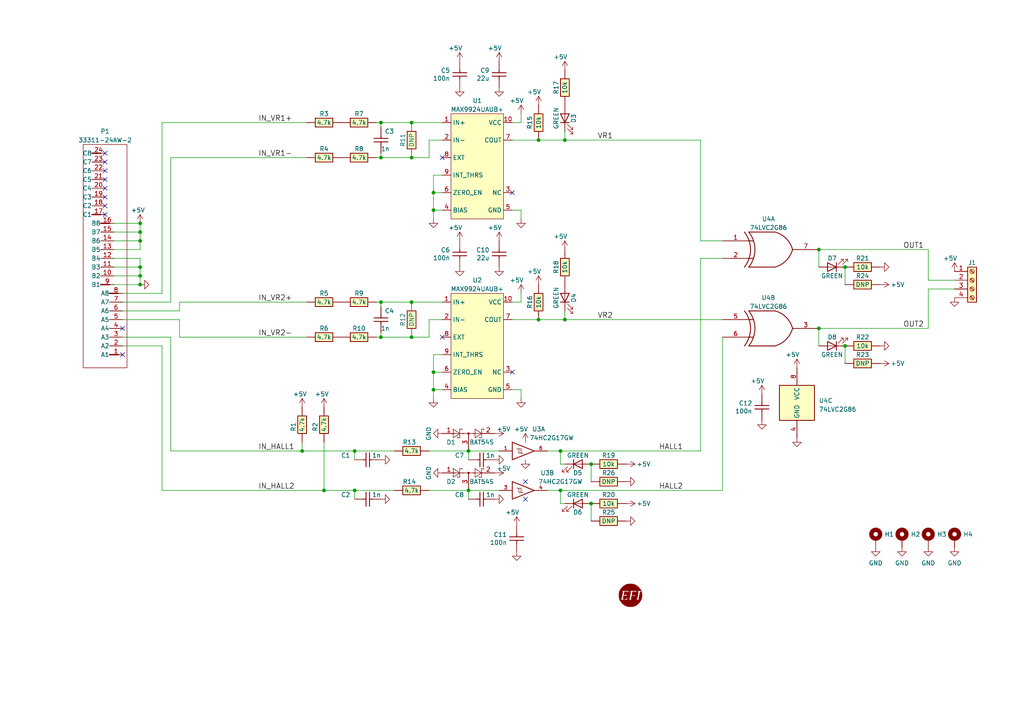
<source format=kicad_sch>
(kicad_sch (version 20230121) (generator eeschema)
  (paper "A4")
  (title_block (title "VR-Hall") (date "2023-05-25") (rev "rev. a") (company "gerefi.com"))
  (lib_symbols
    (symbol "33311-24AW-2:33311-24AW-2" (pin_names (offset 0.025))
      (property "Reference" "P2" (at 3.81 22.86 90))
      (property "Value" "33311-24AW-2" (at 3.81 20.32 90))
      (symbol "33311-24AW-2_1_0"
        (rectangle (start -29.21 2.54) (end 35.56 -10.16))
      )
      (symbol "33311-24AW-2_1_1"
        (polyline (pts (xy -25.4 -7.62) (xy -25.4 -5.08)) (stroke (width 0.381)))
        (polyline (pts (xy -7.62 -7.62) (xy -7.62 -5.08)) (stroke (width 0.381)))
        (polyline (pts (xy -5.08 -5.08) (xy -5.08 -2.54)) (stroke (width 0.381)))
        (polyline (pts (xy 12.7 -5.08) (xy 12.7 -2.54)) (stroke (width 0.381)))
        (polyline (pts (xy 15.24 -2.54) (xy 15.24 0)) (stroke (width 0.381)))
        (polyline (pts (xy 33.02 -2.54) (xy 33.02 0)) (stroke (width 0.381)))
        (pin passive line (at -25.4 -8.89 90) (length 3.81) (name "A1") (number "1"))
        (pin passive line (at -2.54 -6.35 90) (length 3.81) (name "B2") (number "10"))
        (pin passive line (at 0 -6.35 90) (length 3.81) (name "B3") (number "11"))
        (pin passive line (at 2.54 -6.35 90) (length 3.81) (name "B4") (number "12"))
        (pin passive line (at 5.08 -6.35 90) (length 3.81) (name "B5") (number "13"))
        (pin passive line (at 7.62 -6.35 90) (length 3.81) (name "B6") (number "14"))
        (pin passive line (at 10.16 -6.35 90) (length 3.81) (name "B7") (number "15"))
        (pin passive line (at 12.7 -6.35 90) (length 3.81) (name "B8") (number "16"))
        (pin passive line (at 15.24 -3.81 90) (length 3.81) (name "C1") (number "17"))
        (pin passive line (at 17.78 -3.81 90) (length 3.81) (name "C2") (number "18"))
        (pin passive line (at 20.32 -3.81 90) (length 3.81) (name "C3") (number "19"))
        (pin passive line (at -22.86 -8.89 90) (length 3.81) (name "A2") (number "2"))
        (pin passive line (at 22.86 -3.81 90) (length 3.81) (name "C4") (number "20"))
        (pin passive line (at 25.4 -3.81 90) (length 3.81) (name "C5") (number "21"))
        (pin passive line (at 27.94 -3.81 90) (length 3.81) (name "C6") (number "22"))
        (pin passive line (at 30.48 -3.81 90) (length 3.81) (name "C7") (number "23"))
        (pin passive line (at 33.02 -3.81 90) (length 3.81) (name "C8") (number "24"))
        (pin passive line (at -20.32 -8.89 90) (length 3.81) (name "A3") (number "3"))
        (pin passive line (at -17.78 -8.89 90) (length 3.81) (name "A4") (number "4"))
        (pin passive line (at -15.24 -8.89 90) (length 3.81) (name "A5") (number "5"))
        (pin passive line (at -12.7 -8.89 90) (length 3.81) (name "A6") (number "6"))
        (pin passive line (at -10.16 -8.89 90) (length 3.81) (name "A7") (number "7"))
        (pin passive line (at -7.62 -8.89 90) (length 3.81) (name "A8") (number "8"))
        (pin passive line (at -5.08 -6.35 90) (length 3.81) (name "B1") (number "9"))
      )
    )
    (symbol "74xGxx:74LVC2G17" (pin_names (offset 1.016))
      (property "Reference" "U" (at -2.54 3.81 0))
      (property "Value" "74LVC2G17" (at 0 -3.81 0))
      (symbol "74LVC2G17_0_1"
        (polyline (pts (xy -1.905 0.635) (xy -1.27 0.635) (xy -1.27 -0.635)))
        (polyline (pts (xy -3.81 2.54) (xy -3.81 -2.54) (xy 2.54 0) (xy -3.81 2.54)) (stroke (width 0.254)))
        (polyline (pts (xy -2.54 0.635) (xy -1.905 0.635) (xy -1.905 -0.635) (xy -0.635 -0.635)))
        (pin power_in line (at 0 -2.54 270) (length 0) hide (name "GND") (number "2"))
        (pin power_in line (at 0 2.54 90) (length 0) hide (name "VCC") (number "5"))
      )
      (symbol "74LVC2G17_1_1"
        (pin input line (at -7.62 0 0) (length 3.81) (name "~") (number "1"))
        (pin output line (at 6.35 0 180) (length 3.81) (name "~") (number "6"))
      )
      (symbol "74LVC2G17_2_1"
        (pin input line (at -7.62 0 0) (length 3.81) (name "~") (number "3"))
        (pin output line (at 6.35 0 180) (length 3.81) (name "~") (number "4"))
      )
    )
    (symbol "74xGxx:74LVC2G86"
      (property "Reference" "U" (at -5.08 7.62 0))
      (property "Value" "74LVC2G86" (at 0 -7.62 0))
      (symbol "74LVC2G86_1_1"
        (arc (start -8.89 -5.08) (mid -7.108 0) (end -8.89 5.08) (stroke (width 0.254)))
        (arc (start -7.62 -5.08) (mid -5.838 0) (end -7.62 5.08) (stroke (width 0.254)))
        (arc (start 0 -5.08) (mid 3.1986 -3.2054) (end 5.08 0) (stroke (width 0.254)))
        (polyline (pts (xy -7.62 -2.54) (xy -6.35 -2.54)) (stroke (width 0.254)) (fill (type background)))
        (polyline (pts (xy -7.62 2.54) (xy -6.35 2.54)) (stroke (width 0.254)) (fill (type background)))
        (polyline (pts (xy 0 -5.08) (xy -7.62 -5.08)) (stroke (width 0.254)) (fill (type background)))
        (polyline (pts (xy 0 5.08) (xy -7.62 5.08)) (stroke (width 0.254)) (fill (type background)))
        (arc (start 5.08 0) (mid 3.2238 3.2304) (end 0 5.08) (stroke (width 0.254)))
        (pin input line (at -15.24 2.54 0) (length 7.62) (name "~") (number "1"))
        (pin input line (at -15.24 -2.54 0) (length 7.62) (name "~") (number "2"))
        (pin output line (at 12.7 0 180) (length 7.62) (name "~") (number "7"))
      )
      (symbol "74LVC2G86_2_1"
        (arc (start -8.89 -5.08) (mid -7.108 0) (end -8.89 5.08) (stroke (width 0.254)))
        (arc (start -7.62 -5.08) (mid -5.838 0) (end -7.62 5.08) (stroke (width 0.254)))
        (arc (start 0 -5.08) (mid 3.1986 -3.2054) (end 5.08 0) (stroke (width 0.254)))
        (polyline (pts (xy -7.62 -2.54) (xy -6.35 -2.54)) (stroke (width 0.254)) (fill (type background)))
        (polyline (pts (xy -7.62 2.54) (xy -6.35 2.54)) (stroke (width 0.254)) (fill (type background)))
        (polyline (pts (xy 0 -5.08) (xy -7.62 -5.08)) (stroke (width 0.254)) (fill (type background)))
        (polyline (pts (xy 0 5.08) (xy -7.62 5.08)) (stroke (width 0.254)) (fill (type background)))
        (arc (start 5.08 0) (mid 3.2238 3.2304) (end 0 5.08) (stroke (width 0.254)))
        (pin output line (at 12.7 0 180) (length 7.62) (name "~") (number "3"))
        (pin input line (at -15.24 2.54 0) (length 7.62) (name "~") (number "5"))
        (pin input line (at -15.24 -2.54 0) (length 7.62) (name "~") (number "6"))
      )
      (symbol "74LVC2G86_3_0"
        (rectangle (start -5.08 -5.08) (end 5.08 5.08) (stroke (width 0.254)) (fill (type background)))
      )
      (symbol "74LVC2G86_3_1"
        (pin power_in line (at 0 -10.16 90) (length 5.08) (name "GND") (number "4"))
        (pin power_in line (at 0 10.16 270) (length 5.08) (name "VCC") (number "8"))
      )
    )
    (symbol "Connector:Screw_Terminal_01x04" (pin_names (offset 1.016) hide)
      (property "Reference" "J" (at 0 5.08 0))
      (property "Value" "Screw_Terminal_01x04" (at 0 -7.62 0))
      (symbol "Screw_Terminal_01x04_1_1"
        (rectangle (start -1.27 3.81) (end 1.27 -6.35) (stroke (width 0.254)) (fill (type background)))
        (circle (center 0 -5.08) (radius 0.635) (stroke (width 0.1524)))
        (circle (center 0 -2.54) (radius 0.635) (stroke (width 0.1524)))
        (polyline (pts (xy -0.5334 -4.7498) (xy 0.3302 -5.588)) (stroke (width 0.1524)))
        (polyline (pts (xy -0.5334 -2.2098) (xy 0.3302 -3.048)) (stroke (width 0.1524)))
        (polyline (pts (xy -0.5334 0.3302) (xy 0.3302 -0.508)) (stroke (width 0.1524)))
        (polyline (pts (xy -0.5334 2.8702) (xy 0.3302 2.032)) (stroke (width 0.1524)))
        (polyline (pts (xy -0.3556 -4.572) (xy 0.508 -5.4102)) (stroke (width 0.1524)))
        (polyline (pts (xy -0.3556 -2.032) (xy 0.508 -2.8702)) (stroke (width 0.1524)))
        (polyline (pts (xy -0.3556 0.508) (xy 0.508 -0.3302)) (stroke (width 0.1524)))
        (polyline (pts (xy -0.3556 3.048) (xy 0.508 2.2098)) (stroke (width 0.1524)))
        (circle (center 0 0) (radius 0.635) (stroke (width 0.1524)))
        (circle (center 0 2.54) (radius 0.635) (stroke (width 0.1524)))
        (pin passive line (at -5.08 2.54 0) (length 3.81) (name "Pin_1") (number "1"))
        (pin passive line (at -5.08 0 0) (length 3.81) (name "Pin_2") (number "2"))
        (pin passive line (at -5.08 -2.54 0) (length 3.81) (name "Pin_3") (number "3"))
        (pin passive line (at -5.08 -5.08 0) (length 3.81) (name "Pin_4") (number "4"))
      )
    )
    (symbol "Device:LED" (pin_numbers hide) (pin_names (offset 1.016) hide)
      (property "Reference" "D" (at 0 2.54 0))
      (property "Value" "LED" (at 0 -2.54 0))
      (symbol "LED_0_1"
        (polyline (pts (xy -1.27 -1.27) (xy -1.27 1.27)) (stroke (width 0.254)))
        (polyline (pts (xy -1.27 0) (xy 1.27 0)))
        (polyline (pts (xy 1.27 -1.27) (xy 1.27 1.27) (xy -1.27 0) (xy 1.27 -1.27)) (stroke (width 0.254)))
        (polyline (pts (xy -3.048 -0.762) (xy -4.572 -2.286) (xy -3.81 -2.286) (xy -4.572 -2.286) (xy -4.572 -1.524)))
        (polyline (pts (xy -1.778 -0.762) (xy -3.302 -2.286) (xy -2.54 -2.286) (xy -3.302 -2.286) (xy -3.302 -1.524)))
      )
      (symbol "LED_1_1"
        (pin passive line (at -3.81 0 0) (length 2.54) (name "K") (number "1"))
        (pin passive line (at 3.81 0 180) (length 2.54) (name "A") (number "2"))
      )
    )
    (symbol "Diode:BAT54S" (pin_names (offset 1.016))
      (property "Reference" "D" (at 0.635 -3.81 0))
      (property "Value" "BAT54S" (at -6.35 3.175 0))
      (symbol "BAT54S_0_1"
        (polyline (pts (xy -3.81 0) (xy -1.27 0)))
        (polyline (pts (xy -3.175 -1.27) (xy -3.175 -1.016)))
        (polyline (pts (xy -2.54 -1.27) (xy -3.175 -1.27)))
        (polyline (pts (xy -2.54 -1.27) (xy -2.54 1.27)))
        (polyline (pts (xy -2.54 1.27) (xy -1.905 1.27)))
        (polyline (pts (xy -1.905 0) (xy 1.905 0)))
        (polyline (pts (xy -1.905 1.27) (xy -1.905 1.016)))
        (polyline (pts (xy 1.27 0) (xy 3.81 0)))
        (polyline (pts (xy 3.175 -1.27) (xy 3.175 -1.016)))
        (polyline (pts (xy 3.81 -1.27) (xy 3.175 -1.27)))
        (polyline (pts (xy 3.81 -1.27) (xy 3.81 1.27)))
        (polyline (pts (xy 3.81 1.27) (xy 4.445 1.27)))
        (polyline (pts (xy 4.445 1.27) (xy 4.445 1.016)))
        (polyline (pts (xy -4.445 1.27) (xy -4.445 -1.27) (xy -2.54 0) (xy -4.445 1.27)))
        (polyline (pts (xy 1.905 1.27) (xy 1.905 -1.27) (xy 3.81 0) (xy 1.905 1.27)))
        (circle (center 0 0) (radius 0.254) (fill (type outline)))
      )
      (symbol "BAT54S_1_1"
        (pin passive line (at -7.62 0 0) (length 3.81) (name "~") (number "1"))
        (pin passive line (at 7.62 0 180) (length 3.81) (name "~") (number "2"))
        (pin passive line (at 0 -5.08 90) (length 5.08) (name "~") (number "3"))
      )
    )
    (symbol "Mechanical:MountingHole_Pad" (pin_numbers hide) (pin_names (offset 1.016) hide)
      (property "Reference" "H" (at 0 6.35 0))
      (property "Value" "MountingHole_Pad" (at 0 4.445 0))
      (symbol "MountingHole_Pad_0_1"
        (circle (center 0 1.27) (radius 1.27) (stroke (width 1.27)))
      )
      (symbol "MountingHole_Pad_1_1"
        (pin input line (at 0 -2.54 90) (length 2.54) (name "1") (number "1"))
      )
    )
    (symbol "chips:MAX9924"
      (property "Reference" "U" (at 2.54 1.27 0))
      (property "Value" "MAX9924UAUB+" (at 0 0 0))
      (symbol "MAX9924_1_1"
        (rectangle (start 0 0) (end 15.24 -30.48) (fill (type background)))
        (pin input line (at -2.54 -2.54 0) (length 2.54) (name "IN+") (number "1"))
        (pin passive line (at 17.78 -2.54 180) (length 2.54) (name "VCC") (number "10"))
        (pin input line (at -2.54 -7.62 0) (length 2.54) (name "IN-") (number "2"))
        (pin passive line (at 17.78 -22.86 180) (length 2.54) (name "NC") (number "3"))
        (pin passive line (at -2.54 -27.94 0) (length 2.54) (name "BIAS") (number "4"))
        (pin passive line (at 17.78 -27.94 180) (length 2.54) (name "GND") (number "5"))
        (pin passive line (at -2.54 -22.86 0) (length 2.54) (name "ZERO_EN") (number "6"))
        (pin passive line (at 17.78 -7.62 180) (length 2.54) (name "COUT") (number "7"))
        (pin passive line (at -2.54 -12.7 0) (length 2.54) (name "EXT") (number "8"))
        (pin passive line (at -2.54 -17.78 0) (length 2.54) (name "INT_THRS") (number "9"))
      )
    )
    (symbol "hellen-one-common:Cap" (pin_numbers hide)
      (property "Reference" "C" (at -3.81 2.54 0))
      (property "Value" "Cap" (at -2.54 -1.27 0))
      (symbol "Cap_1_0"
        (polyline (pts (xy -1.27 0) (xy -0.508 0)) (stroke (width 0.254)))
        (polyline (pts (xy -0.508 -2.032) (xy -0.508 2.032)) (stroke (width 0.254)))
        (polyline (pts (xy 0.508 2.032) (xy 0.508 -2.032)) (stroke (width 0.254)))
        (polyline (pts (xy 1.27 0) (xy 0.508 0)) (stroke (width 0.254)))
        (pin passive line (at -3.81 0 0) (length 2.54) (name "") (number "1"))
        (pin passive line (at 3.81 0 180) (length 2.54) (name "") (number "2"))
      )
    )
    (symbol "hellen-one-common:Res" (pin_numbers hide)
      (property "Reference" "R" (at 3.81 2.54 0))
      (property "Value" "Res" (at 5.08 -2.54 0))
      (symbol "Res_1_0"
        (rectangle (start 2.54 -1.27) (end 7.62 1.27) (stroke (width 0.254)) (fill (type background)))
        (pin passive line (at 0 0 0) (length 2.54) (name "") (number "1"))
        (pin passive line (at 10.16 0 180) (length 2.54) (name "") (number "2"))
      )
    )
    (symbol "power:+5V" (power) (pin_names (offset 0))
      (property "Value" "+5V" (at 0 3.556 0))
      (symbol "+5V_0_1"
        (polyline (pts (xy -0.762 1.27) (xy 0 2.54)))
        (polyline (pts (xy 0 0) (xy 0 2.54)))
        (polyline (pts (xy 0 2.54) (xy 0.762 1.27)))
      )
      (symbol "+5V_1_1"
        (pin power_in line (at 0 0 90) (length 0) hide (name "+5V") (number "1"))
      )
    )
    (symbol "power:GND" (power) (pin_names (offset 0))
      (property "Value" "GND" (at 0 -3.81 0))
      (symbol "GND_0_1"
        (polyline (pts (xy 0 0) (xy 0 -1.27) (xy 1.27 -1.27) (xy 0 -2.54) (xy -1.27 -1.27) (xy 0 -1.27)))
      )
      (symbol "GND_1_1"
        (pin power_in line (at 0 0 270) (length 0) hide (name "GND") (number "1"))
      )
    )
    (symbol "gerefi_logo:gerefi_LOGO" (pin_names (offset 1.016))
      (symbol "gerefi_LOGO_0_0"
        (polyline (pts (xy 3.3528 0.4064) (xy 3.3274 0.5334) (xy 3.2766 0.8636) (xy 3.2004 1.0922) (xy 3.1242 1.2192) (xy 3.048 1.2192) (xy 3.0226 1.1938) (xy 2.8702 1.0922) (xy 2.8448 1.0668) (xy 2.7686 0.889) (xy 2.667 0.5588) (xy 2.5654 0.0762) (xy 2.5146 -0.1778) (xy 2.4384 -0.5588) (xy 2.3876 -0.8128) (xy 2.3876 -0.9906) (xy 2.3876 -1.0668) (xy 2.4384 -1.0922) (xy 2.4892 -1.0922) (xy 2.54 -1.1176) (xy 2.6162 -1.1938) (xy 2.5654 -1.2192) (xy 2.3876 -1.2446) (xy 2.1082 -1.27) (xy 2.0066 -1.27) (xy 1.7526 -1.2446) (xy 1.6256 -1.1938) (xy 1.6002 -1.143) (xy 1.7526 -1.0668) (xy 1.778 -1.0668) (xy 1.8542 -1.016) (xy 1.905 -0.8636) (xy 1.9812 -0.6096) (xy 2.0574 -0.2032) (xy 2.1082 0.0254) (xy 2.159 0.381) (xy 2.2098 0.6858) (xy 2.2606 0.8636) (xy 2.2606 0.9144) (xy 2.2606 1.0668) (xy 2.159 1.1176) (xy 2.1082 1.1176) (xy 2.0828 1.2446) (xy 2.1336 1.2954) (xy 2.3114 1.3462) (xy 2.6416 1.3462) (xy 3.1496 1.3462) (xy 2.9464 1.6764) (xy 2.8956 1.778) (xy 2.4638 2.286) (xy 1.9812 2.7432) (xy 1.7526 2.8956) (xy 1.7526 1.3462) (xy 1.7018 1.0922) (xy 1.651 0.9144) (xy 1.5494 0.8382) (xy 1.4986 0.8636) (xy 1.4986 0.9906) (xy 1.4986 1.016) (xy 1.4732 1.0668) (xy 1.3462 1.0922) (xy 1.0668 1.0922) (xy 0.8636 1.0922) (xy 0.6604 1.0668) (xy 0.5588 1.0414) (xy 0.5334 0.9906) (xy 0.508 0.7874) (xy 0.4572 0.5334) (xy 0.4064 0.0762) (xy 0.6858 0.0762) (xy 0.7112 0.1016) (xy 0.9398 0.127) (xy 1.0668 0.1778) (xy 1.1684 0.254) (xy 1.2192 0.2032) (xy 1.1938 -0.0254) (xy 1.1684 -0.127) (xy 1.0668 -0.2286) (xy 0.9652 -0.254) (xy 0.9398 -0.1778) (xy 0.9144 -0.127) (xy 0.762 -0.0762) (xy 0.5842 -0.0762) (xy 0.4064 -0.127) (xy 0.3048 -0.2032) (xy 0.3048 -0.254) (xy 0.254 -0.4318) (xy 0.2032 -0.7112) (xy 0.2032 -0.7366) (xy 0.1778 -0.9652) (xy 0.2032 -1.0668) (xy 0.2794 -1.0922) (xy 0.3556 -1.1176) (xy 0.4318 -1.1938) (xy 0.3556 -1.2192) (xy 0.1778 -1.2446) (xy -0.0762 -1.27) (xy -0.3302 -1.2446) (xy -0.508 -1.2192) (xy -0.5842 -1.1938) (xy -0.5842 -1.143) (xy -0.4572 -1.0922) (xy -0.4064 -1.0922) (xy -0.3302 -1.0668) (xy -0.3302 -0.9652) (xy -0.2794 -0.7366) (xy -0.2032 -0.381) (xy -0.127 0) (xy -0.0508 0.4572) (xy 0.0254 0.762) (xy 0.0508 0.9652) (xy 0.0762 1.0668) (xy 0.0508 1.0922) (xy 0 1.1176) (xy -0.0508 1.0922) (xy -0.1016 1.1176) (xy -0.1778 1.2192) (xy -0.1524 1.27) (xy -0.0762 1.3208) (xy 0.0762 1.3462) (xy 0.3556 1.3462) (xy 0.7874 1.3462) (xy 1.7526 1.3462) (xy 1.7526 2.8956) (xy 1.4478 3.0734) (xy 1.3462 3.1242) (xy 1.1176 3.2258) (xy 0.9144 3.302) (xy 0.6858 3.3274) (xy 0.381 3.3528) (xy -0.0508 3.3528) (xy -0.1016 3.3528) (xy -0.508 3.3528) (xy -0.5334 3.3528) (xy -0.5334 1.3462) (xy -0.5842 1.0922) (xy -0.635 0.9144) (xy -0.7366 0.8382) (xy -0.7874 0.8636) (xy -0.7874 0.9652) (xy -0.7874 1.016) (xy -0.8128 1.0668) (xy -0.9652 1.0922) (xy -1.2446 1.0922) (xy -1.7526 1.1176) (xy -1.8288 0.635) (xy -1.9304 0.1778) (xy -1.6002 0.1778) (xy -1.524 0.1778) (xy -1.3462 0.2032) (xy -1.27 0.254) (xy -1.27 0.3048) (xy -1.1684 0.3302) (xy -1.143 0.3302) (xy -1.0668 0.2794) (xy -1.0922 0.0762) (xy -1.1684 -0.1016) (xy -1.2446 -0.2286) (xy -1.3208 -0.254) (xy -1.3462 -0.1778) (xy -1.3716 -0.1524) (xy -1.4732 -0.1016) (xy -1.7018 -0.0762) (xy -2.032 -0.0762) (xy -2.0828 -0.5588) (xy -2.1082 -0.7366) (xy -2.1082 -0.9652) (xy -2.0828 -1.0668) (xy -2.0574 -1.0922) (xy -1.905 -1.0922) (xy -1.6764 -1.0668) (xy -1.4478 -1.016) (xy -1.27 -0.9398) (xy -1.1938 -0.889) (xy -1.1684 -0.8128) (xy -1.0668 -0.762) (xy -0.9652 -0.8128) (xy -0.9398 -1.016) (xy -0.9398 -1.27) (xy -1.9558 -1.27) (xy -2.286 -1.27) (xy -2.6416 -1.2446) (xy -2.8702 -1.2192) (xy -2.921 -1.1938) (xy -2.8956 -1.143) (xy -2.7686 -1.0922) (xy -2.7432 -1.0922) (xy -2.667 -0.9398) (xy -2.5654 -0.6096) (xy -2.4638 -0.1524) (xy -2.3876 0.2032) (xy -2.3368 0.5588) (xy -2.2606 0.8128) (xy -2.2352 0.9652) (xy -2.2352 1.0414) (xy -2.3368 1.0922) (xy -2.3876 1.1176) (xy -2.4638 1.2192) (xy -2.4384 1.27) (xy -2.3622 1.3208) (xy -2.2098 1.3462) (xy -1.9304 1.3462) (xy -1.4986 1.3462) (xy -0.5334 1.3462) (xy -0.5334 3.3528) (xy -0.8128 3.3274) (xy -1.0414 3.2766) (xy -1.2446 3.2004) (xy -1.4732 3.0988) (xy -1.8034 2.921) (xy -2.3114 2.4892) (xy -2.7686 2.0066) (xy -3.0988 1.4732) (xy -3.1242 1.4478) (xy -3.2258 1.2192) (xy -3.302 1.016) (xy -3.3274 0.7874) (xy -3.3528 0.4826) (xy -3.3528 0.0508) (xy -3.3528 0) (xy -3.3528 -0.4064) (xy -3.3274 -0.7112) (xy -3.2766 -0.9144) (xy -3.2258 -1.1176) (xy -3.1242 -1.3462) (xy -2.8194 -1.8288) (xy -2.3368 -2.413) (xy -1.7272 -2.8702) (xy -1.0668 -3.1496) (xy -0.9398 -3.2004) (xy -0.4826 -3.2766) (xy 0.127 -3.2766) (xy 0.6858 -3.2258) (xy 1.27 -3.0734) (xy 1.8034 -2.794) (xy 2.3114 -2.3622) (xy 2.4638 -2.2098) (xy 2.8956 -1.651) (xy 3.2004 -0.9906) (xy 3.3528 -0.3048) (xy 3.3528 0.4064) (xy 3.3528 0.4064)) (stroke (width 0.0254)) (fill (type outline)))
      )
    )
  )
  (junction (at 40.64 77.47))
  (junction (at 237.49 95.25))
  (junction (at 40.64 64.77))
  (junction (at 162.56 142.24))
  (junction (at 110.49 97.79))
  (junction (at 245.11 100.33))
  (junction (at 156.21 92.71))
  (junction (at 93.98 142.24))
  (junction (at 125.73 60.96))
  (junction (at 237.49 72.39))
  (junction (at 102.87 130.81))
  (junction (at 87.63 130.81))
  (junction (at 162.56 130.81))
  (junction (at 156.21 40.64))
  (junction (at 135.89 130.81))
  (junction (at 40.64 67.31))
  (junction (at 110.49 45.72))
  (junction (at 40.64 80.01))
  (junction (at 119.38 87.63))
  (junction (at 110.49 35.56))
  (junction (at 163.83 40.64))
  (junction (at 171.45 146.05))
  (junction (at 119.38 97.79))
  (junction (at 125.73 55.88))
  (junction (at 171.45 134.62))
  (junction (at 40.64 69.85))
  (junction (at 163.83 92.71))
  (junction (at 119.38 45.72))
  (junction (at 40.64 82.55))
  (junction (at 119.38 35.56))
  (junction (at 125.73 113.03))
  (junction (at 135.89 142.24))
  (junction (at 102.87 142.24))
  (junction (at 125.73 107.95))
  (junction (at 245.11 77.47))
  (junction (at 110.49 87.63))
  (no_connect (at 30.48 59.69))
  (no_connect (at 30.48 46.99))
  (no_connect (at 30.48 62.23))
  (no_connect (at 152.4 139.7))
  (no_connect (at 30.48 49.53))
  (no_connect (at 30.48 54.61))
  (no_connect (at 152.4 144.78))
  (no_connect (at 30.48 52.07))
  (no_connect (at 35.56 102.87))
  (no_connect (at 148.59 55.88))
  (no_connect (at 148.59 107.95))
  (no_connect (at 30.48 57.15))
  (no_connect (at 128.27 45.72))
  (no_connect (at 30.48 44.45))
  (no_connect (at 35.56 95.25))
  (no_connect (at 128.27 97.79))
  (wire (pts (xy 35.56 90.17) (xy 52.07 90.17)))
  (wire (pts (xy 209.55 97.79) (xy 209.55 142.24)))
  (wire (pts (xy 124.46 97.79) (xy 124.46 92.71)))
  (wire (pts (xy 151.13 63.5) (xy 151.13 60.96)))
  (wire (pts (xy 110.49 97.79) (xy 109.22 97.79)))
  (wire (pts (xy 125.73 63.5) (xy 125.73 60.96)))
  (wire (pts (xy 33.02 69.85) (xy 40.64 69.85)))
  (wire (pts (xy 46.99 142.24) (xy 46.99 100.33)))
  (wire (pts (xy 110.49 35.56) (xy 109.22 35.56)))
  (wire (pts (xy 52.07 97.79) (xy 88.9 97.79)))
  (wire (pts (xy 87.63 130.81) (xy 102.87 130.81)))
  (wire (pts (xy 40.64 72.39) (xy 40.64 69.85)))
  (wire (pts (xy 162.56 134.62) (xy 162.56 130.81)))
  (wire (pts (xy 151.13 113.03) (xy 148.59 113.03)))
  (wire (pts (xy 144.78 130.81) (xy 135.89 130.81)))
  (wire (pts (xy 110.49 45.72) (xy 109.22 45.72)))
  (wire (pts (xy 40.64 80.01) (xy 40.64 82.55)))
  (wire (pts (xy 40.64 69.85) (xy 40.64 67.31)))
  (wire (pts (xy 119.38 87.63) (xy 128.27 87.63)))
  (wire (pts (xy 125.73 115.57) (xy 125.73 113.03)))
  (wire (pts (xy 151.13 60.96) (xy 148.59 60.96)))
  (wire (pts (xy 148.59 40.64) (xy 156.21 40.64)))
  (wire (pts (xy 102.87 130.81) (xy 114.3 130.81)))
  (wire (pts (xy 40.64 67.31) (xy 40.64 64.77)))
  (wire (pts (xy 158.75 130.81) (xy 162.56 130.81)))
  (wire (pts (xy 124.46 40.64) (xy 128.27 40.64)))
  (wire (pts (xy 35.56 92.71) (xy 52.07 92.71)))
  (wire (pts (xy 119.38 35.56) (xy 128.27 35.56)))
  (wire (pts (xy 33.02 80.01) (xy 40.64 80.01)))
  (wire (pts (xy 151.13 33.02) (xy 151.13 35.56)))
  (wire (pts (xy 110.49 35.56) (xy 110.49 36.83)))
  (wire (pts (xy 110.49 87.63) (xy 110.49 88.9)))
  (wire (pts (xy 163.83 146.05) (xy 162.56 146.05)))
  (wire (pts (xy 151.13 115.57) (xy 151.13 113.03)))
  (wire (pts (xy 163.83 92.71) (xy 209.55 92.71)))
  (wire (pts (xy 102.87 130.81) (xy 102.87 133.35)))
  (wire (pts (xy 151.13 87.63) (xy 148.59 87.63)))
  (wire (pts (xy 158.75 142.24) (xy 162.56 142.24)))
  (wire (pts (xy 124.46 92.71) (xy 128.27 92.71)))
  (wire (pts (xy 163.83 40.64) (xy 203.2 40.64)))
  (wire (pts (xy 203.2 74.93) (xy 209.55 74.93)))
  (wire (pts (xy 162.56 142.24) (xy 209.55 142.24)))
  (wire (pts (xy 171.45 146.05) (xy 171.45 151.13)))
  (wire (pts (xy 52.07 92.71) (xy 52.07 97.79)))
  (wire (pts (xy 156.21 40.64) (xy 163.83 40.64)))
  (wire (pts (xy 163.83 90.17) (xy 163.83 92.71)))
  (wire (pts (xy 110.49 87.63) (xy 119.38 87.63)))
  (wire (pts (xy 124.46 142.24) (xy 135.89 142.24)))
  (wire (pts (xy 162.56 130.81) (xy 203.2 130.81)))
  (wire (pts (xy 203.2 69.85) (xy 209.55 69.85)))
  (wire (pts (xy 135.89 142.24) (xy 135.89 144.78)))
  (wire (pts (xy 46.99 142.24) (xy 93.98 142.24)))
  (wire (pts (xy 269.24 81.28) (xy 269.24 72.39)))
  (wire (pts (xy 156.21 92.71) (xy 163.83 92.71)))
  (wire (pts (xy 110.49 87.63) (xy 109.22 87.63)))
  (wire (pts (xy 119.38 45.72) (xy 124.46 45.72)))
  (wire (pts (xy 237.49 95.25) (xy 237.49 100.33)))
  (wire (pts (xy 40.64 77.47) (xy 40.64 80.01)))
  (wire (pts (xy 245.11 77.47) (xy 245.11 82.55)))
  (wire (pts (xy 49.53 45.72) (xy 88.9 45.72)))
  (wire (pts (xy 269.24 83.82) (xy 276.86 83.82)))
  (wire (pts (xy 125.73 50.8) (xy 125.73 55.88)))
  (wire (pts (xy 245.11 100.33) (xy 245.11 105.41)))
  (wire (pts (xy 125.73 50.8) (xy 128.27 50.8)))
  (wire (pts (xy 46.99 85.09) (xy 46.99 35.56)))
  (wire (pts (xy 33.02 82.55) (xy 40.64 82.55)))
  (wire (pts (xy 46.99 35.56) (xy 88.9 35.56)))
  (wire (pts (xy 49.53 87.63) (xy 49.53 45.72)))
  (wire (pts (xy 35.56 85.09) (xy 46.99 85.09)))
  (wire (pts (xy 93.98 142.24) (xy 102.87 142.24)))
  (wire (pts (xy 162.56 146.05) (xy 162.56 142.24)))
  (wire (pts (xy 110.49 45.72) (xy 119.38 45.72)))
  (wire (pts (xy 124.46 130.81) (xy 135.89 130.81)))
  (wire (pts (xy 237.49 72.39) (xy 237.49 77.47)))
  (wire (pts (xy 135.89 130.81) (xy 135.89 133.35)))
  (wire (pts (xy 33.02 74.93) (xy 40.64 74.93)))
  (wire (pts (xy 110.49 97.79) (xy 119.38 97.79)))
  (wire (pts (xy 119.38 97.79) (xy 124.46 97.79)))
  (wire (pts (xy 33.02 67.31) (xy 40.64 67.31)))
  (wire (pts (xy 49.53 130.81) (xy 87.63 130.81)))
  (wire (pts (xy 110.49 35.56) (xy 119.38 35.56)))
  (wire (pts (xy 102.87 142.24) (xy 102.87 144.78)))
  (wire (pts (xy 110.49 45.72) (xy 110.49 44.45)))
  (wire (pts (xy 203.2 40.64) (xy 203.2 69.85)))
  (wire (pts (xy 33.02 72.39) (xy 40.64 72.39)))
  (wire (pts (xy 46.99 100.33) (xy 35.56 100.33)))
  (wire (pts (xy 52.07 87.63) (xy 88.9 87.63)))
  (wire (pts (xy 163.83 134.62) (xy 162.56 134.62)))
  (wire (pts (xy 237.49 72.39) (xy 269.24 72.39)))
  (wire (pts (xy 125.73 102.87) (xy 128.27 102.87)))
  (wire (pts (xy 171.45 134.62) (xy 171.45 139.7)))
  (wire (pts (xy 237.49 95.25) (xy 269.24 95.25)))
  (wire (pts (xy 163.83 38.1) (xy 163.83 40.64)))
  (wire (pts (xy 33.02 64.77) (xy 40.64 64.77)))
  (wire (pts (xy 93.98 128.27) (xy 93.98 142.24)))
  (wire (pts (xy 125.73 107.95) (xy 125.73 113.03)))
  (wire (pts (xy 151.13 85.09) (xy 151.13 87.63)))
  (wire (pts (xy 35.56 87.63) (xy 49.53 87.63)))
  (wire (pts (xy 276.86 81.28) (xy 269.24 81.28)))
  (wire (pts (xy 151.13 35.56) (xy 148.59 35.56)))
  (wire (pts (xy 102.87 142.24) (xy 114.3 142.24)))
  (wire (pts (xy 269.24 95.25) (xy 269.24 83.82)))
  (wire (pts (xy 124.46 45.72) (xy 124.46 40.64)))
  (wire (pts (xy 110.49 97.79) (xy 110.49 96.52)))
  (wire (pts (xy 87.63 128.27) (xy 87.63 130.81)))
  (wire (pts (xy 52.07 90.17) (xy 52.07 87.63)))
  (wire (pts (xy 125.73 113.03) (xy 128.27 113.03)))
  (wire (pts (xy 144.78 142.24) (xy 135.89 142.24)))
  (wire (pts (xy 125.73 60.96) (xy 128.27 60.96)))
  (wire (pts (xy 148.59 92.71) (xy 156.21 92.71)))
  (wire (pts (xy 125.73 55.88) (xy 125.73 60.96)))
  (wire (pts (xy 125.73 107.95) (xy 128.27 107.95)))
  (wire (pts (xy 40.64 74.93) (xy 40.64 77.47)))
  (wire (pts (xy 125.73 55.88) (xy 128.27 55.88)))
  (wire (pts (xy 49.53 97.79) (xy 35.56 97.79)))
  (wire (pts (xy 49.53 130.81) (xy 49.53 97.79)))
  (wire (pts (xy 33.02 77.47) (xy 40.64 77.47)))
  (wire (pts (xy 203.2 74.93) (xy 203.2 130.81)))
  (wire (pts (xy 125.73 102.87) (xy 125.73 107.95)))
  (label "IN_VR2+" (at 74.93 87.63 0) (effects (font (size 1.524 1.524))))
  (label "OUT2" (at 267.97 95.25 180) (effects (font (size 1.524 1.524))))
  (label "VR2" (at 177.8 92.71 180) (effects (font (size 1.524 1.524))))
  (label "IN_VR2-" (at 74.93 97.79 0) (effects (font (size 1.524 1.524))))
  (label "IN_HALL1" (at 74.93 130.81 0) (effects (font (size 1.524 1.524))))
  (label "HALL2" (at 198.12 142.24 180) (effects (font (size 1.524 1.524))))
  (label "VR1" (at 177.8 40.64 180) (effects (font (size 1.524 1.524))))
  (label "IN_VR1-" (at 74.93 45.72 0) (effects (font (size 1.524 1.524))))
  (label "IN_VR1+" (at 74.93 35.56 0) (effects (font (size 1.524 1.524))))
  (label "OUT1" (at 267.97 72.39 180) (effects (font (size 1.524 1.524))))
  (label "HALL1" (at 198.12 130.81 180) (effects (font (size 1.524 1.524))))
  (label "IN_HALL2" (at 74.93 142.24 0) (effects (font (size 1.524 1.524))))
  (symbol (lib_id "Device:LED") (at 163.83 86.36 90) (unit 1)
    (property "Reference" "D4" (at 166.37 85.09 0) (effects (justify right)))
    (property "Value" "GREEN" (at 161.29 83.185 0) (effects (justify right)))
    (property "Footprint" "LED_SMD:LED_0603_1608Metric" (effects hide))
    (property "LCSC" "C72043" (effects hide))
  )
  (symbol (lib_id "power:GND") (at 255.27 100.33 90) (unit 1)
    (property "Reference" "#PWR040" (effects hide))
    (property "Value" "GND" (effects hide))
  )
  (symbol (lib_id "Device:LED") (at 241.3 100.33 180) (unit 1)
    (property "Reference" "D8" (at 240.03 97.79 0) (effects (justify right)))
    (property "Value" "GREEN" (at 238.125 102.87 0) (effects (justify right)))
    (property "Footprint" "LED_SMD:LED_0603_1608Metric" (effects hide))
    (property "LCSC" "C72043" (effects hide))
  )
  (symbol (lib_id "power:+5V") (at 231.14 106.68 0) (mirror y) (unit 1)
    (property "Reference" "#PWR037" (effects hide))
    (property "Value" "+5V" (at 229.87 102.87 0))
  )
  (symbol (lib_id "Mechanical:MountingHole_Pad") (at 254 156.21 0) (unit 1)
    (property "Reference" "H1" (at 256.5401 154.984 0) (effects (justify left)))
    (property "Value" "MountingHole_Pad" (effects hide))
    (property "Footprint" "MountingHole:MountingHole_3.2mm_M3_Pad_Via" (effects hide))
  )
  (symbol (lib_id "hellen-one-common:Res") (at 245.11 105.41 0) (mirror x) (unit 1)
    (property "Reference" "R23" (at 250.19 102.87 0))
    (property "Value" "DNP" (at 250.19 105.41 0))
    (property "Footprint" "hellen-one-common:R0603" (effects hide))
  )
  (symbol (lib_id "power:GND") (at 110.49 133.35 90) (unit 1)
    (property "Reference" "#PWR03" (effects hide))
    (property "Value" "GND" (effects hide))
  )
  (symbol (lib_id "hellen-one-common:Res") (at 109.22 97.79 0) (mirror y) (unit 1)
    (property "Reference" "R10" (at 104.14 95.25 0))
    (property "Value" "4.7k" (at 104.14 97.79 0))
    (property "Footprint" "hellen-one-common:R1206" (effects hide))
    (property "LCSC" "C17936" (effects hide))
  )
  (symbol (lib_id "hellen-one-common:Res") (at 156.21 92.71 270) (mirror x) (unit 1)
    (property "Reference" "R16" (at 153.67 87.63 0))
    (property "Value" "10k" (at 156.21 87.63 0))
    (property "Footprint" "hellen-one-common:R0603" (effects hide))
    (property "LCSC" "C25804" (effects hide))
  )
  (symbol (lib_id "hellen-one-common:Res") (at 156.21 40.64 270) (mirror x) (unit 1)
    (property "Reference" "R15" (at 153.67 35.56 0))
    (property "Value" "10k" (at 156.21 35.56 0))
    (property "Footprint" "hellen-one-common:R0603" (effects hide))
    (property "LCSC" "C25804" (effects hide))
  )
  (symbol (lib_id "power:GND") (at 40.64 82.55 90) (unit 1)
    (property "Reference" "#PWR044" (effects hide))
    (property "Value" "GND" (effects hide))
  )
  (symbol (lib_id "power:+5V") (at 220.98 114.3 0) (mirror y) (unit 1)
    (property "Reference" "#PWR035" (effects hide))
    (property "Value" "+5V" (at 219.71 110.49 0))
  )
  (symbol (lib_id "power:GND") (at 133.35 25.4 0) (unit 1)
    (property "Reference" "#PWR010" (effects hide))
    (property "Value" "GND" (effects hide))
  )
  (symbol (lib_id "power:GND") (at 110.49 144.78 90) (unit 1)
    (property "Reference" "#PWR04" (effects hide))
    (property "Value" "GND" (effects hide))
  )
  (symbol (lib_id "power:GND") (at 144.78 77.47 0) (unit 1)
    (property "Reference" "#PWR020" (effects hide))
    (property "Value" "GND" (effects hide))
  )
  (symbol (lib_id "hellen-one-common:Cap") (at 133.35 21.59 270) (mirror x) (unit 1)
    (property "Reference" "C5" (at 130.5559 20.4406 90) (effects (justify right)))
    (property "Value" "100n" (at 130.5559 22.7393 90) (effects (justify right)))
    (property "Footprint" "hellen-one-common:C0603" (effects hide))
    (property "LCSC" "C14663" (effects hide))
  )
  (symbol (lib_id "power:GND") (at 254 158.75 0) (unit 1)
    (property "Reference" "#PWR045" (effects hide))
    (property "Value" "GND" (at 254 163.3126 0))
  )
  (symbol (lib_id "gerefi_logo:gerefi_LOGO") (at 182.88 172.72 0) (unit 1)
    (property "Reference" "G1" (effects hide))
    (property "Value" "gerefi_LOGO" (effects hide))
    (property "Footprint" "kicad6-libraries:gerefi_logo" (effects hide))
  )
  (symbol (lib_id "74xGxx:74LVC2G17") (at 152.4 142.24 0) (unit 2)
    (property "Reference" "U3" (at 158.75 137.16 0))
    (property "Value" "74HC2G17GW" (at 162.56 139.7 0))
    (property "Footprint" "hellen-one-common:SOT-363" (effects hide))
    (property "Datasheet" "http://www.ti.com/lit/sg/scyt129e/scyt129e.pdf" (effects hide))
    (property "LCSC" "C94189" (effects hide))
  )
  (symbol (lib_id "power:+5V") (at 181.61 134.62 270) (mirror x) (unit 1)
    (property "Reference" "#PWR033" (effects hide))
    (property "Value" "+5V" (at 186.69 134.62 90))
  )
  (symbol (lib_id "chips:MAX9924") (at 130.81 33.02 0) (unit 1)
    (property "Reference" "U1" (at 138.43 29.21 0))
    (property "Value" "MAX9924UAUB+" (at 138.43 31.75 0))
    (property "Footprint" "Package_SO:MSOP-10_3x3mm_P0.5mm" (effects hide))
    (property "Datasheet" "https://datasheet.lcsc.com/lcsc/1811091110_Maxim-Integrated-MAX9924UAUB-_C143633.pdf" (effects hide))
    (property "LCSC" "C143633" (effects hide))
  )
  (symbol (lib_id "hellen-one-common:Res") (at 245.11 100.33 0) (mirror x) (unit 1)
    (property "Reference" "R22" (at 250.19 97.79 0))
    (property "Value" "10k" (at 250.19 100.33 0))
    (property "Footprint" "hellen-one-common:R0603" (effects hide))
    (property "LCSC" "C25804" (effects hide))
  )
  (symbol (lib_id "33311-24AW-2:33311-24AW-2") (at 26.67 77.47 90) (unit 1)
    (property "Reference" "P1" (at 30.48 38.1 90))
    (property "Value" "33311-24AW-2" (at 30.48 40.64 90))
    (property "Footprint" "kicad6-libraries:33311-24AW-2" (effects hide))
    (property "Datasheet" "DOCUMENTATION" (effects hide))
  )
  (symbol (lib_id "hellen-one-common:Cap") (at 139.7 133.35 0) (mirror x) (unit 1)
    (property "Reference" "C7" (at 134.62 132.08 0) (effects (justify right)))
    (property "Value" "1n" (at 143.51 132.08 0) (effects (justify right)))
    (property "Footprint" "hellen-one-common:C0603" (effects hide))
    (property "LCSC" "C1588" (effects hide))
  )
  (symbol (lib_id "power:GND") (at 255.27 77.47 90) (unit 1)
    (property "Reference" "#PWR039" (effects hide))
    (property "Value" "GND" (effects hide))
  )
  (symbol (lib_id "Connector:Screw_Terminal_01x04") (at 281.94 81.28 0) (unit 1)
    (property "Reference" "J1" (at 281.94 76.2 0))
    (property "Value" "DNP" (effects hide))
    (property "Footprint" "TerminalBlock_MetzConnect:TerminalBlock_MetzConnect_Type055_RT01504HDWU_1x04_P5.00mm_Horizontal" (effects hide))
  )
  (symbol (lib_id "power:+5V") (at 276.86 78.74 0) (mirror y) (unit 1)
    (property "Reference" "#PWR041" (effects hide))
    (property "Value" "+5V" (at 275.59 74.93 0))
  )
  (symbol (lib_id "power:GND") (at 125.73 115.57 0) (unit 1)
    (property "Reference" "#PWR06" (effects hide))
    (property "Value" "GND" (effects hide))
  )
  (symbol (lib_id "power:+5V") (at 143.51 125.73 270) (mirror x) (unit 1)
    (property "Reference" "#PWR013" (effects hide))
    (property "Value" "+5V" (at 146.05 124.46 90))
  )
  (symbol (lib_id "hellen-one-common:Res") (at 119.38 45.72 90) (unit 1)
    (property "Reference" "R11" (at 116.84 40.64 0))
    (property "Value" "DNP" (at 119.38 40.64 0))
    (property "Footprint" "hellen-one-common:R0603" (effects hide))
  )
  (symbol (lib_id "hellen-one-common:Res") (at 99.06 87.63 0) (mirror y) (unit 1)
    (property "Reference" "R5" (at 93.98 85.09 0))
    (property "Value" "4.7k" (at 93.98 87.63 0))
    (property "Footprint" "hellen-one-common:R1206" (effects hide))
    (property "LCSC" "C17936" (effects hide))
  )
  (symbol (lib_id "hellen-one-common:Res") (at 99.06 97.79 0) (mirror y) (unit 1)
    (property "Reference" "R6" (at 93.98 95.25 0))
    (property "Value" "4.7k" (at 93.98 97.79 0))
    (property "Footprint" "hellen-one-common:R1206" (effects hide))
    (property "LCSC" "C17936" (effects hide))
  )
  (symbol (lib_id "power:GND") (at 143.51 144.78 90) (unit 1)
    (property "Reference" "#PWR016" (effects hide))
    (property "Value" "GND" (effects hide))
  )
  (symbol (lib_id "hellen-one-common:Cap") (at 133.35 73.66 270) (mirror x) (unit 1)
    (property "Reference" "C6" (at 130.5559 72.5106 90) (effects (justify right)))
    (property "Value" "100n" (at 130.5559 74.8093 90) (effects (justify right)))
    (property "Footprint" "hellen-one-common:C0603" (effects hide))
    (property "LCSC" "C14663" (effects hide))
  )
  (symbol (lib_id "hellen-one-common:Res") (at 171.45 134.62 0) (mirror x) (unit 1)
    (property "Reference" "R19" (at 176.53 132.08 0))
    (property "Value" "10k" (at 176.53 134.62 0))
    (property "Footprint" "hellen-one-common:R0603" (effects hide))
    (property "LCSC" "C25804" (effects hide))
  )
  (symbol (lib_id "hellen-one-common:Cap") (at 106.68 133.35 0) (mirror x) (unit 1)
    (property "Reference" "C1" (at 101.6 132.08 0) (effects (justify right)))
    (property "Value" "1n" (at 110.49 132.08 0) (effects (justify right)))
    (property "Footprint" "hellen-one-common:C0603" (effects hide))
    (property "LCSC" "C1588" (effects hide))
  )
  (symbol (lib_id "hellen-one-common:Res") (at 124.46 130.81 180) (unit 1)
    (property "Reference" "R13" (at 118.745 128.27 0))
    (property "Value" "4.7k" (at 119.38 130.81 0))
    (property "Footprint" "hellen-one-common:R0603" (effects hide))
    (property "LCSC" "C23162" (effects hide))
  )
  (symbol (lib_id "power:+5V") (at 40.64 64.77 0) (mirror y) (unit 1)
    (property "Reference" "#PWR043" (effects hide))
    (property "Value" "+5V" (at 40.005 60.96 0))
  )
  (symbol (lib_id "power:GND") (at 152.4 133.35 0) (unit 1)
    (property "Reference" "#PWR028" (effects hide))
    (property "Value" "GND" (effects hide))
  )
  (symbol (lib_id "hellen-one-common:Res") (at 99.06 35.56 0) (mirror y) (unit 1)
    (property "Reference" "R3" (at 93.98 33.02 0))
    (property "Value" "4.7k" (at 93.98 35.56 0))
    (property "Footprint" "hellen-one-common:R1206" (effects hide))
    (property "LCSC" "C17936" (effects hide))
  )
  (symbol (lib_id "power:+5V") (at 144.78 69.85 0) (mirror y) (unit 1)
    (property "Reference" "#PWR019" (effects hide))
    (property "Value" "+5V" (at 143.51 66.04 0))
  )
  (symbol (lib_id "power:+5V") (at 156.21 30.48 0) (mirror y) (unit 1)
    (property "Reference" "#PWR029" (effects hide))
    (property "Value" "+5V" (at 154.94 26.67 0))
  )
  (symbol (lib_id "74xGxx:74LVC2G17") (at 152.4 130.81 0) (unit 1)
    (property "Reference" "U3" (at 156.21 124.46 0))
    (property "Value" "74HC2G17GW" (at 160.02 127 0))
    (property "Footprint" "hellen-one-common:SOT-363" (effects hide))
    (property "Datasheet" "http://www.ti.com/lit/sg/scyt129e/scyt129e.pdf" (effects hide))
    (property "LCSC" "C94189" (effects hide))
  )
  (symbol (lib_id "power:+5V") (at 255.27 82.55 270) (mirror x) (unit 1)
    (property "Reference" "#PWR050" (effects hide))
    (property "Value" "+5V" (at 260.35 82.55 90))
  )
  (symbol (lib_id "power:+5V") (at 133.35 17.78 0) (mirror y) (unit 1)
    (property "Reference" "#PWR09" (effects hide))
    (property "Value" "+5V" (at 132.08 13.97 0))
  )
  (symbol (lib_id "hellen-one-common:Res") (at 171.45 146.05 0) (mirror x) (unit 1)
    (property "Reference" "R20" (at 176.53 143.51 0))
    (property "Value" "10k" (at 176.53 146.05 0))
    (property "Footprint" "hellen-one-common:R0603" (effects hide))
    (property "LCSC" "C25804" (effects hide))
  )
  (symbol (lib_id "power:+5V") (at 143.51 137.16 270) (mirror x) (unit 1)
    (property "Reference" "#PWR015" (effects hide))
    (property "Value" "+5V" (at 146.05 135.89 90))
  )
  (symbol (lib_id "power:+5V") (at 181.61 146.05 270) (mirror x) (unit 1)
    (property "Reference" "#PWR034" (effects hide))
    (property "Value" "+5V" (at 186.69 146.05 90))
  )
  (symbol (lib_id "power:GND") (at 220.98 121.92 0) (unit 1)
    (property "Reference" "#PWR036" (effects hide))
    (property "Value" "GND" (effects hide))
  )
  (symbol (lib_id "power:GND") (at 151.13 115.57 0) (mirror y) (unit 1)
    (property "Reference" "#PWR024" (effects hide))
    (property "Value" "GND" (effects hide))
  )
  (symbol (lib_id "hellen-one-common:Res") (at 163.83 30.48 270) (mirror x) (unit 1)
    (property "Reference" "R17" (at 161.29 25.4 0))
    (property "Value" "10k" (at 163.83 25.4 0))
    (property "Footprint" "hellen-one-common:R0603" (effects hide))
    (property "LCSC" "C25804" (effects hide))
  )
  (symbol (lib_id "Mechanical:MountingHole_Pad") (at 261.62 156.21 0) (unit 1)
    (property "Reference" "H2" (at 264.1601 154.984 0) (effects (justify left)))
    (property "Value" "MountingHole_Pad" (effects hide))
    (property "Footprint" "MountingHole:MountingHole_3.2mm_M3_Pad_Via" (effects hide))
  )
  (symbol (lib_id "Device:LED") (at 241.3 77.47 180) (unit 1)
    (property "Reference" "D7" (at 240.03 74.93 0) (effects (justify right)))
    (property "Value" "GREEN" (at 238.125 80.01 0) (effects (justify right)))
    (property "Footprint" "LED_SMD:LED_0603_1608Metric" (effects hide))
    (property "LCSC" "C72043" (effects hide))
  )
  (symbol (lib_id "power:GND") (at 144.78 25.4 0) (unit 1)
    (property "Reference" "#PWR018" (effects hide))
    (property "Value" "GND" (effects hide))
  )
  (symbol (lib_id "hellen-one-common:Cap") (at 149.86 156.21 270) (mirror x) (unit 1)
    (property "Reference" "C11" (at 147.0659 155.0606 90) (effects (justify right)))
    (property "Value" "100n" (at 147.0659 157.3593 90) (effects (justify right)))
    (property "Footprint" "hellen-one-common:C0603" (effects hide))
    (property "LCSC" "C14663" (effects hide))
  )
  (symbol (lib_id "hellen-one-common:Res") (at 163.83 82.55 270) (mirror x) (unit 1)
    (property "Reference" "R18" (at 161.29 77.47 0))
    (property "Value" "10k" (at 163.83 77.47 0))
    (property "Footprint" "hellen-one-common:R0603" (effects hide))
    (property "LCSC" "C25804" (effects hide))
  )
  (symbol (lib_id "power:+5V") (at 255.27 105.41 270) (mirror x) (unit 1)
    (property "Reference" "#PWR049" (effects hide))
    (property "Value" "+5V" (at 260.35 105.41 90))
  )
  (symbol (lib_id "power:GND") (at 269.24 158.75 0) (unit 1)
    (property "Reference" "#PWR047" (effects hide))
    (property "Value" "GND" (at 269.24 163.3126 0))
  )
  (symbol (lib_id "power:GND") (at 276.86 158.75 0) (unit 1)
    (property "Reference" "#PWR048" (effects hide))
    (property "Value" "GND" (at 276.86 163.3126 0))
  )
  (symbol (lib_id "power:GND") (at 128.27 137.16 270) (unit 1)
    (property "Reference" "#PWR08" (effects hide))
    (property "Value" "GND" (at 124.3266 137.2108 0))
  )
  (symbol (lib_id "Mechanical:MountingHole_Pad") (at 276.86 156.21 0) (unit 1)
    (property "Reference" "H4" (at 279.4001 154.984 0) (effects (justify left)))
    (property "Value" "MountingHole_Pad" (effects hide))
    (property "Footprint" "MountingHole:MountingHole_3.2mm_M3_Pad_Via" (effects hide))
  )
  (symbol (lib_id "power:+5V") (at 163.83 72.39 0) (mirror y) (unit 1)
    (property "Reference" "#PWR032" (effects hide))
    (property "Value" "+5V" (at 162.56 68.58 0))
  )
  (symbol (lib_id "hellen-one-common:Res") (at 109.22 35.56 0) (mirror y) (unit 1)
    (property "Reference" "R7" (at 104.14 33.02 0))
    (property "Value" "4.7k" (at 104.14 35.56 0))
    (property "Footprint" "hellen-one-common:R1206" (effects hide))
    (property "LCSC" "C17936" (effects hide))
  )
  (symbol (lib_id "Mechanical:MountingHole_Pad") (at 269.24 156.21 0) (unit 1)
    (property "Reference" "H3" (at 271.7801 154.984 0) (effects (justify left)))
    (property "Value" "MountingHole_Pad" (effects hide))
    (property "Footprint" "MountingHole:MountingHole_3.2mm_M3_Pad_Via" (effects hide))
  )
  (symbol (lib_id "power:GND") (at 151.13 63.5 0) (mirror y) (unit 1)
    (property "Reference" "#PWR022" (effects hide))
    (property "Value" "GND" (effects hide))
  )
  (symbol (lib_id "power:+5V") (at 151.13 85.09 0) (mirror y) (unit 1)
    (property "Reference" "#PWR023" (effects hide))
    (property "Value" "+5V" (at 149.86 81.28 0))
  )
  (symbol (lib_id "hellen-one-common:Res") (at 245.11 82.55 0) (mirror x) (unit 1)
    (property "Reference" "R24" (at 250.19 80.01 0))
    (property "Value" "DNP" (at 250.19 82.55 0))
    (property "Footprint" "hellen-one-common:R0603" (effects hide))
  )
  (symbol (lib_id "power:GND") (at 261.62 158.75 0) (unit 1)
    (property "Reference" "#PWR046" (effects hide))
    (property "Value" "GND" (at 261.62 163.3126 0))
  )
  (symbol (lib_id "hellen-one-common:Res") (at 119.38 97.79 90) (unit 1)
    (property "Reference" "R12" (at 116.84 92.71 0))
    (property "Value" "DNP" (at 119.38 92.71 0))
    (property "Footprint" "hellen-one-common:R0603" (effects hide))
  )
  (symbol (lib_id "Diode:BAT54S") (at 135.89 137.16 0) (unit 1)
    (property "Reference" "D2" (at 130.81 139.7 0))
    (property "Value" "BAT54S" (at 139.7 139.7 0))
    (property "Footprint" "Package_TO_SOT_SMD:SOT-23" (effects hide))
    (property "Datasheet" "https://www.diodes.com/assets/Datasheets/ds11005.pdf" (effects hide))
    (property "LCSC" "C408389" (effects hide))
  )
  (symbol (lib_id "hellen-one-common:Cap") (at 110.49 40.64 270) (mirror x) (unit 1)
    (property "Reference" "C3" (at 114.3 38.1 90) (effects (justify right)))
    (property "Value" "1n" (at 113.03 43.18 90) (effects (justify right)))
    (property "Footprint" "hellen-one-common:C0603" (effects hide))
    (property "LCSC" "C1588" (effects hide))
  )
  (symbol (lib_id "power:GND") (at 125.73 63.5 0) (unit 1)
    (property "Reference" "#PWR05" (effects hide))
    (property "Value" "GND" (effects hide))
  )
  (symbol (lib_id "power:+5V") (at 156.21 82.55 0) (mirror y) (unit 1)
    (property "Reference" "#PWR030" (effects hide))
    (property "Value" "+5V" (at 154.94 78.74 0))
  )
  (symbol (lib_id "74xGxx:74LVC2G86") (at 224.79 72.39 0) (unit 1)
    (property "Reference" "U4" (at 222.885 63.5 0))
    (property "Value" "74LVC2G86" (at 222.885 66.04 0))
    (property "Footprint" "Package_SO:MSOP-8_3x3mm_P0.65mm" (effects hide))
    (property "Datasheet" "http://www.ti.com/lit/sg/scyt129e/scyt129e.pdf" (effects hide))
    (property "LCSC" "C130023" (effects hide))
  )
  (symbol (lib_id "Device:LED") (at 163.83 34.29 90) (unit 1)
    (property "Reference" "D3" (at 166.37 33.02 0) (effects (justify right)))
    (property "Value" "GREEN" (at 161.29 31.115 0) (effects (justify right)))
    (property "Footprint" "LED_SMD:LED_0603_1608Metric" (effects hide))
    (property "LCSC" "C72043" (effects hide))
  )
  (symbol (lib_id "hellen-one-common:Res") (at 124.46 142.24 180) (unit 1)
    (property "Reference" "R14" (at 118.745 139.7 0))
    (property "Value" "4.7k" (at 119.38 142.24 0))
    (property "Footprint" "hellen-one-common:R0603" (effects hide))
    (property "LCSC" "C23162" (effects hide))
  )
  (symbol (lib_id "74xGxx:74LVC2G86") (at 231.14 116.84 0) (unit 3)
    (property "Reference" "U4" (at 237.49 116.205 0) (effects (justify left)))
    (property "Value" "74LVC2G86" (at 237.49 118.745 0) (effects (justify left)))
    (property "Footprint" "Package_SO:MSOP-8_3x3mm_P0.65mm" (effects hide))
    (property "Datasheet" "http://www.ti.com/lit/sg/scyt129e/scyt129e.pdf" (effects hide))
    (property "LCSC" "C130023" (effects hide))
  )
  (symbol (lib_id "hellen-one-common:Res") (at 99.06 45.72 0) (mirror y) (unit 1)
    (property "Reference" "R4" (at 93.98 43.18 0))
    (property "Value" "4.7k" (at 93.98 45.72 0))
    (property "Footprint" "hellen-one-common:R1206" (effects hide))
    (property "LCSC" "C17936" (effects hide))
  )
  (symbol (lib_id "hellen-one-common:Cap") (at 106.68 144.78 0) (mirror x) (unit 1)
    (property "Reference" "C2" (at 101.6 143.51 0) (effects (justify right)))
    (property "Value" "1n" (at 110.49 143.51 0) (effects (justify right)))
    (property "Footprint" "hellen-one-common:C0603" (effects hide))
    (property "LCSC" "C1588" (effects hide))
  )
  (symbol (lib_id "power:+5V") (at 149.86 152.4 0) (mirror y) (unit 1)
    (property "Reference" "#PWR025" (effects hide))
    (property "Value" "+5V" (at 148.59 148.59 0))
  )
  (symbol (lib_id "hellen-one-common:Res") (at 245.11 77.47 0) (mirror x) (unit 1)
    (property "Reference" "R21" (at 250.19 74.93 0))
    (property "Value" "10k" (at 250.19 77.47 0))
    (property "Footprint" "hellen-one-common:R0603" (effects hide))
    (property "LCSC" "C25804" (effects hide))
  )
  (symbol (lib_id "power:GND") (at 181.61 151.13 90) (unit 1)
    (property "Reference" "#PWR052" (effects hide))
    (property "Value" "GND" (effects hide))
  )
  (symbol (lib_id "power:+5V") (at 151.13 33.02 0) (mirror y) (unit 1)
    (property "Reference" "#PWR021" (effects hide))
    (property "Value" "+5V" (at 149.86 29.21 0))
  )
  (symbol (lib_id "hellen-one-common:Cap") (at 144.78 73.66 270) (mirror x) (unit 1)
    (property "Reference" "C10" (at 141.9859 72.5106 90) (effects (justify right)))
    (property "Value" "22u" (at 141.9859 74.8093 90) (effects (justify right)))
    (property "Footprint" "hellen-one-common:C0603" (effects hide))
    (property "LCSC" "C59461" (effects hide))
  )
  (symbol (lib_id "74xGxx:74LVC2G86") (at 224.79 95.25 0) (unit 2)
    (property "Reference" "U4" (at 222.885 86.36 0))
    (property "Value" "74LVC2G86" (at 222.885 88.9 0))
    (property "Footprint" "Package_SO:MSOP-8_3x3mm_P0.65mm" (effects hide))
    (property "Datasheet" "http://www.ti.com/lit/sg/scyt129e/scyt129e.pdf" (effects hide))
    (property "LCSC" "C130023" (effects hide))
  )
  (symbol (lib_id "power:GND") (at 133.35 77.47 0) (unit 1)
    (property "Reference" "#PWR012" (effects hide))
    (property "Value" "GND" (effects hide))
  )
  (symbol (lib_id "power:+5V") (at 152.4 128.27 0) (mirror y) (unit 1)
    (property "Reference" "#PWR027" (effects hide))
    (property "Value" "+5V" (at 151.13 124.46 0))
  )
  (symbol (lib_id "hellen-one-common:Res") (at 109.22 45.72 0) (mirror y) (unit 1)
    (property "Reference" "R8" (at 104.14 43.18 0))
    (property "Value" "4.7k" (at 104.14 45.72 0))
    (property "Footprint" "hellen-one-common:R1206" (effects hide))
    (property "LCSC" "C17936" (effects hide))
  )
  (symbol (lib_id "hellen-one-common:Res") (at 171.45 139.7 0) (mirror x) (unit 1)
    (property "Reference" "R26" (at 176.53 137.16 0))
    (property "Value" "DNP" (at 176.53 139.7 0))
    (property "Footprint" "hellen-one-common:R0603" (effects hide))
  )
  (symbol (lib_id "hellen-one-common:Cap") (at 144.78 21.59 270) (mirror x) (unit 1)
    (property "Reference" "C9" (at 141.9859 20.4406 90) (effects (justify right)))
    (property "Value" "22u" (at 141.9859 22.7393 90) (effects (justify right)))
    (property "Footprint" "hellen-one-common:C0603" (effects hide))
    (property "LCSC" "C59461" (effects hide))
  )
  (symbol (lib_id "power:+5V") (at 163.83 20.32 0) (mirror y) (unit 1)
    (property "Reference" "#PWR031" (effects hide))
    (property "Value" "+5V" (at 162.56 16.51 0))
  )
  (symbol (lib_id "hellen-one-common:Cap") (at 139.7 144.78 0) (mirror x) (unit 1)
    (property "Reference" "C8" (at 134.62 143.51 0) (effects (justify right)))
    (property "Value" "1n" (at 143.51 143.51 0) (effects (justify right)))
    (property "Footprint" "hellen-one-common:C0603" (effects hide))
    (property "LCSC" "C1588" (effects hide))
  )
  (symbol (lib_id "power:+5V") (at 87.63 118.11 0) (mirror y) (unit 1)
    (property "Reference" "#PWR01" (effects hide))
    (property "Value" "+5V" (at 86.995 114.3 0))
  )
  (symbol (lib_id "Device:LED") (at 167.64 146.05 0) (unit 1)
    (property "Reference" "D6" (at 168.91 148.59 0) (effects (justify right)))
    (property "Value" "GREEN" (at 170.815 143.51 0) (effects (justify right)))
    (property "Footprint" "LED_SMD:LED_0603_1608Metric" (effects hide))
    (property "LCSC" "C72043" (effects hide))
  )
  (symbol (lib_id "hellen-one-common:Res") (at 87.63 118.11 270) (unit 1)
    (property "Reference" "R1" (at 85.09 123.825 0))
    (property "Value" "4.7k" (at 87.63 123.19 0))
    (property "Footprint" "hellen-one-common:R0603" (effects hide))
    (property "LCSC" "C23162" (effects hide))
  )
  (symbol (lib_id "power:+5V") (at 144.78 17.78 0) (mirror y) (unit 1)
    (property "Reference" "#PWR017" (effects hide))
    (property "Value" "+5V" (at 143.51 13.97 0))
  )
  (symbol (lib_id "hellen-one-common:Res") (at 109.22 87.63 0) (mirror y) (unit 1)
    (property "Reference" "R9" (at 104.14 85.09 0))
    (property "Value" "4.7k" (at 104.14 87.63 0))
    (property "Footprint" "hellen-one-common:R1206" (effects hide))
    (property "LCSC" "C17936" (effects hide))
  )
  (symbol (lib_id "power:GND") (at 143.51 133.35 90) (unit 1)
    (property "Reference" "#PWR014" (effects hide))
    (property "Value" "GND" (effects hide))
  )
  (symbol (lib_id "power:GND") (at 231.14 127 0) (unit 1)
    (property "Reference" "#PWR038" (effects hide))
    (property "Value" "GND" (effects hide))
  )
  (symbol (lib_id "power:+5V") (at 93.98 118.11 0) (mirror y) (unit 1)
    (property "Reference" "#PWR02" (effects hide))
    (property "Value" "+5V" (at 93.345 114.3 0))
  )
  (symbol (lib_id "hellen-one-common:Cap") (at 110.49 92.71 270) (mirror x) (unit 1)
    (property "Reference" "C4" (at 114.3 90.17 90) (effects (justify right)))
    (property "Value" "1n" (at 113.03 95.25 90) (effects (justify right)))
    (property "Footprint" "hellen-one-common:C0603" (effects hide))
    (property "LCSC" "C1588" (effects hide))
  )
  (symbol (lib_id "power:GND") (at 149.86 160.02 0) (unit 1)
    (property "Reference" "#PWR026" (effects hide))
    (property "Value" "GND" (effects hide))
  )
  (symbol (lib_id "Device:LED") (at 167.64 134.62 0) (unit 1)
    (property "Reference" "D5" (at 168.91 137.16 0) (effects (justify right)))
    (property "Value" "GREEN" (at 170.815 132.08 0) (effects (justify right)))
    (property "Footprint" "LED_SMD:LED_0603_1608Metric" (effects hide))
    (property "LCSC" "C72043" (effects hide))
  )
  (symbol (lib_id "hellen-one-common:Res") (at 93.98 118.11 270) (unit 1)
    (property "Reference" "R2" (at 91.44 123.825 0))
    (property "Value" "4.7k" (at 93.98 123.19 0))
    (property "Footprint" "hellen-one-common:R0603" (effects hide))
    (property "LCSC" "C23162" (effects hide))
  )
  (symbol (lib_id "hellen-one-common:Cap") (at 220.98 118.11 270) (mirror x) (unit 1)
    (property "Reference" "C12" (at 218.1859 116.9606 90) (effects (justify right)))
    (property "Value" "100n" (at 218.1859 119.2593 90) (effects (justify right)))
    (property "Footprint" "hellen-one-common:C0603" (effects hide))
    (property "LCSC" "C14663" (effects hide))
  )
  (symbol (lib_id "power:GND") (at 276.86 86.36 0) (unit 1)
    (property "Reference" "#PWR042" (effects hide))
    (property "Value" "GND" (effects hide))
  )
  (symbol (lib_id "chips:MAX9924") (at 130.81 85.09 0) (unit 1)
    (property "Reference" "U2" (at 138.43 81.28 0))
    (property "Value" "MAX9924UAUB+" (at 138.43 83.82 0))
    (property "Footprint" "Package_SO:MSOP-10_3x3mm_P0.5mm" (effects hide))
    (property "Datasheet" "https://datasheet.lcsc.com/lcsc/1811091110_Maxim-Integrated-MAX9924UAUB-_C143633.pdf" (effects hide))
    (property "LCSC" "C143633" (effects hide))
  )
  (symbol (lib_id "Diode:BAT54S") (at 135.89 125.73 0) (unit 1)
    (property "Reference" "D1" (at 130.81 128.27 0))
    (property "Value" "BAT54S" (at 139.7 128.27 0))
    (property "Footprint" "Package_TO_SOT_SMD:SOT-23" (effects hide))
    (property "Datasheet" "https://www.diodes.com/assets/Datasheets/ds11005.pdf" (effects hide))
    (property "LCSC" "C408389" (effects hide))
  )
  (symbol (lib_id "power:+5V") (at 133.35 69.85 0) (mirror y) (unit 1)
    (property "Reference" "#PWR011" (effects hide))
    (property "Value" "+5V" (at 132.08 66.04 0))
  )
  (symbol (lib_id "hellen-one-common:Res") (at 171.45 151.13 0) (mirror x) (unit 1)
    (property "Reference" "R25" (at 176.53 148.59 0))
    (property "Value" "DNP" (at 176.53 151.13 0))
    (property "Footprint" "hellen-one-common:R0603" (effects hide))
  )
  (symbol (lib_id "power:GND") (at 181.61 139.7 90) (unit 1)
    (property "Reference" "#PWR051" (effects hide))
    (property "Value" "GND" (effects hide))
  )
  (symbol (lib_id "power:GND") (at 128.27 125.73 270) (unit 1)
    (property "Reference" "#PWR07" (effects hide))
    (property "Value" "GND" (at 124.3266 125.7808 0))
  )
)
</source>
